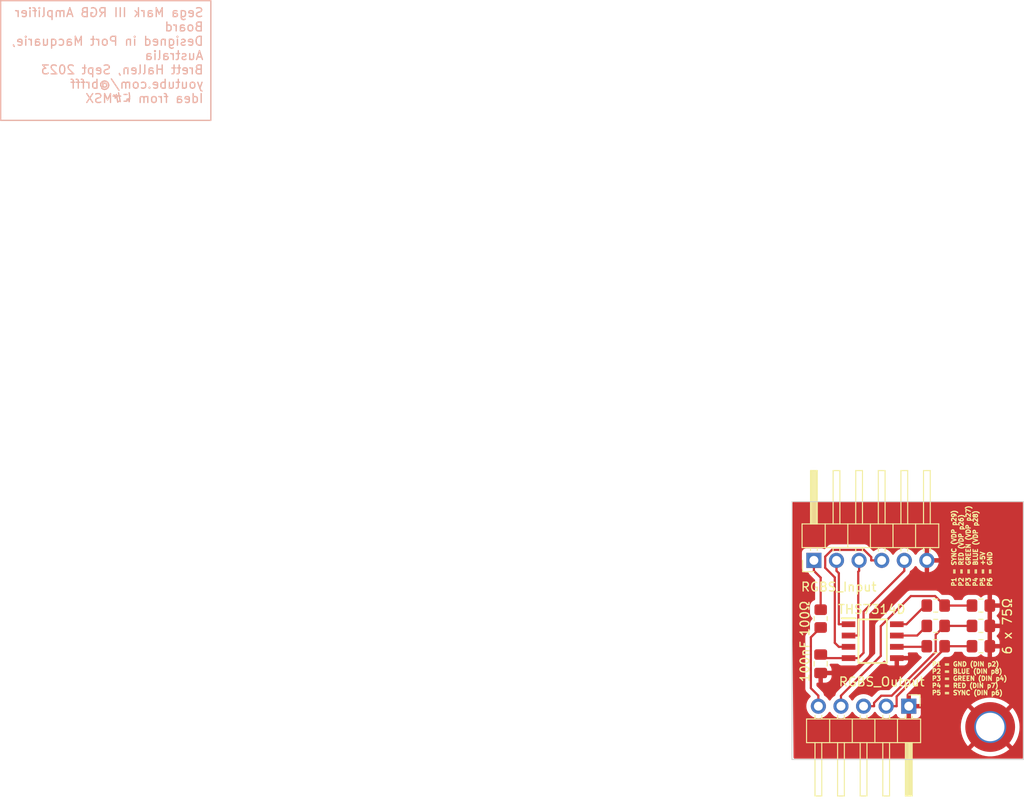
<source format=kicad_pcb>
(kicad_pcb (version 20221018) (generator pcbnew)
  (title_block (title "Sega Mark III RGB Amplifier") (date "2023-09-09") (rev "INITIAL") (company "Brett Hallen") (comment 1 "youtube.com/@brfff") (comment 3 "Idea from にがMSX"))
  (layers (0 "F.Cu" signal) (31 "B.Cu" signal) (34 "B.Paste" user) (35 "F.Paste" user) (36 "B.SilkS" user "B.Silkscreen") (37 "F.SilkS" user "F.Silkscreen") (38 "B.Mask" user) (39 "F.Mask" user) (44 "Edge.Cuts" user))
  (net 0 "")
  (net 1 "/RED")
  (net 2 "/GREEN")
  (net 3 "/BLUE")
  (net 4 "/+5V")
  (net 5 "/GND")
  (net 6 "Net-(IC1-CH.3_OUT)")
  (net 7 "Net-(IC1-CH.2_OUT)")
  (net 8 "Net-(IC1-CH.1_OUT)")
  (net 9 "/SYNC")
  (net 10 "Net-(J2-Pin_2)")
  (net 11 "Net-(J2-Pin_3)")
  (net 12 "Net-(J2-Pin_4)")
  (net 13 "Net-(J2-Pin_5)")
  (footprint "Resistor_SMD:R_0805_2012Metric_Pad1.20x1.40mm_HandSolder" (layer "F.Cu") (at 228.2786 135.8456 180)
    (fp_text reference "R1" hide)
    (fp_text value "75Ω" hide)
    (fp_line (start -0.227064 -0.735) (end 0.227064 -0.735) (stroke (width 0.12)) (layer "F.SilkS"))
    (fp_line (start -0.227064 0.735) (end 0.227064 0.735) (stroke (width 0.12)) (layer "F.SilkS"))
    (pad "1" smd roundrect (at -1 0 180) (size 1.2 1.4) (layers "F.Cu" "F.Paste" "F.Mask") (roundrect_rratio 0.2083333333) (net 12 "Net-(J2-Pin_4)"))
    (pad "2" smd roundrect (at 1 0 180) (size 1.2 1.4) (layers "F.Cu" "F.Paste" "F.Mask") (roundrect_rratio 0.2083333333) (net 8 "Net-(IC1-CH.1_OUT)"))
  )
  (footprint "MountingHole:MountingHole_3.2mm_M3_DIN965_Pad_TopOnly" (layer "F.Cu") (at 234.4015 149.5025)
    (fp_text reference "HOLE1" hide)
    (fp_text value "HOLE" hide)
    (pad "1" thru_hole circle (at 0 0) (size 3.6 3.6) (drill 3.2) (layers "*.Cu" "*.Mask") (net 5 "/GND"))
    (pad "1" connect circle (at 0 0) (size 5.6 5.6) (layers "F.Cu" "F.Mask") (net 5 "/GND"))
  )
  (footprint "Connector_PinHeader_2.54mm:PinHeader_1x05_P2.54mm_Horizontal" (layer "F.Cu") (at 225.2525 147.1595 -90)
    (fp_text reference "J2" hide)
    (fp_text value "RGBS_Output" (at -2.737 3.043) (layer "F.SilkS"))
    (fp_line (start -1.27 -1.27) (end 0 -1.27) (stroke (width 0.12)) (layer "F.SilkS"))
    (fp_line (start -1.27 0) (end -1.27 -1.27) (stroke (width 0.12)) (layer "F.SilkS"))
    (fp_line (start 1.042929 2.16) (end 1.44 2.16) (stroke (width 0.12)) (layer "F.SilkS"))
    (fp_line (start 1.042929 2.92) (end 1.44 2.92) (stroke (width 0.12)) (layer "F.SilkS"))
    (fp_line (start 1.042929 4.7) (end 1.44 4.7) (stroke (width 0.12)) (layer "F.SilkS"))
    (fp_line (start 1.042929 5.46) (end 1.44 5.46) (stroke (width 0.12)) (layer "F.SilkS"))
    (fp_line (start 1.042929 7.24) (end 1.44 7.24) (stroke (width 0.12)) (layer "F.SilkS"))
    (fp_line (start 1.042929 8) (end 1.44 8) (stroke (width 0.12)) (layer "F.SilkS"))
    (fp_line (start 1.042929 9.78) (end 1.44 9.78) (stroke (width 0.12)) (layer "F.SilkS"))
    (fp_line (start 1.042929 10.54) (end 1.44 10.54) (stroke (width 0.12)) (layer "F.SilkS"))
    (fp_line (start 1.11 -0.38) (end 1.44 -0.38) (stroke (width 0.12)) (layer "F.SilkS"))
    (fp_line (start 1.11 0.38) (end 1.44 0.38) (stroke (width 0.12)) (layer "F.SilkS"))
    (fp_line (start 1.44 -1.33) (end 1.44 11.49) (stroke (width 0.12)) (layer "F.SilkS"))
    (fp_line (start 1.44 1.27) (end 4.1 1.27) (stroke (width 0.12)) (layer "F.SilkS"))
    (fp_line (start 1.44 3.81) (end 4.1 3.81) (stroke (width 0.12)) (layer "F.SilkS"))
    (fp_line (start 1.44 6.35) (end 4.1 6.35) (stroke (width 0.12)) (layer "F.SilkS"))
    (fp_line (start 1.44 8.89) (end 4.1 8.89) (stroke (width 0.12)) (layer "F.SilkS"))
    (fp_line (start 1.44 11.49) (end 4.1 11.49) (stroke (width 0.12)) (layer "F.SilkS"))
    (fp_line (start 4.1 -1.33) (end 1.44 -1.33) (stroke (width 0.12)) (layer "F.SilkS"))
    (fp_line (start 4.1 -0.38) (end 10.1 -0.38) (stroke (width 0.12)) (layer "F.SilkS"))
    (fp_line (start 4.1 -0.32) (end 10.1 -0.32) (stroke (width 0.12)) (layer "F.SilkS"))
    (fp_line (start 4.1 -0.2) (end 10.1 -0.2) (stroke (width 0.12)) (layer "F.SilkS"))
    (fp_line (start 4.1 -0.08) (end 10.1 -0.08) (stroke (width 0.12)) (layer "F.SilkS"))
    (fp_line (start 4.1 0.04) (end 10.1 0.04) (stroke (width 0.12)) (layer "F.SilkS"))
    (fp_line (start 4.1 0.16) (end 10.1 0.16) (stroke (width 0.12)) (layer "F.SilkS"))
    (fp_line (start 4.1 0.28) (end 10.1 0.28) (stroke (width 0.12)) (layer "F.SilkS"))
    (fp_line (start 4.1 2.16) (end 10.1 2.16) (stroke (width 0.12)) (layer "F.SilkS"))
    (fp_line (start 4.1 4.7) (end 10.1 4.7) (stroke (width 0.12)) (layer "F.SilkS"))
    (fp_line (start 4.1 7.24) (end 10.1 7.24) (stroke (width 0.12)) (layer "F.SilkS"))
    (fp_line (start 4.1 9.78) (end 10.1 9.78) (stroke (width 0.12)) (layer "F.SilkS"))
    (fp_line (start 4.1 11.49) (end 4.1 -1.33) (stroke (width 0.12)) (layer "F.SilkS"))
    (fp_line (start 10.1 -0.38) (end 10.1 0.38) (stroke (width 0.12)) (layer "F.SilkS"))
    (fp_line (start 10.1 0.38) (end 4.1 0.38) (stroke (width 0.12)) (layer "F.SilkS"))
    (fp_line (start 10.1 2.16) (end 10.1 2.92) (stroke (width 0.12)) (layer "F.SilkS"))
    (fp_line (start 10.1 2.92) (end 4.1 2.92) (stroke (width 0.12)) (layer "F.SilkS"))
    (fp_line (start 10.1 4.7) (end 10.1 5.46) (stroke (width 0.12)) (layer "F.SilkS"))
    (fp_line (start 10.1 5.46) (end 4.1 5.46) (stroke (width 0.12)) (layer "F.SilkS"))
    (fp_line (start 10.1 7.24) (end 10.1 8) (stroke (width 0.12)) (layer "F.SilkS"))
    (fp_line (start 10.1 8) (end 4.1 8) (stroke (width 0.12)) (layer "F.SilkS"))
    (fp_line (start 10.1 9.78) (end 10.1 10.54) (stroke (width 0.12)) (layer "F.SilkS"))
    (fp_line (start 10.1 10.54) (end 4.1 10.54) (stroke (width 0.12)) (layer "F.SilkS"))
    (pad "1" thru_hole rect (at 0 0 270) (size 1.7 1.7) (drill 1) (layers "*.Cu" "*.Mask") (net 5 "/GND"))
    (pad "2" thru_hole oval (at 0 2.54 270) (size 1.7 1.7) (drill 1) (layers "*.Cu" "*.Mask") (net 10 "Net-(J2-Pin_2)"))
    (pad "3" thru_hole oval (at 0 5.08 270) (size 1.7 1.7) (drill 1) (layers "*.Cu" "*.Mask") (net 11 "Net-(J2-Pin_3)"))
    (pad "4" thru_hole oval (at 0 7.62 270) (size 1.7 1.7) (drill 1) (layers "*.Cu" "*.Mask") (net 12 "Net-(J2-Pin_4)"))
    (pad "5" thru_hole oval (at 0 10.16 270) (size 1.7 1.7) (drill 1) (layers "*.Cu" "*.Mask") (net 13 "Net-(J2-Pin_5)"))
  )
  (footprint "Resistor_SMD:R_0805_2012Metric_Pad1.20x1.40mm_HandSolder" (layer "F.Cu") (at 233.3586 140.4176)
    (fp_text reference "R5" hide)
    (fp_text value "75Ω" hide)
    (fp_line (start -0.227064 -0.735) (end 0.227064 -0.735) (stroke (width 0.12)) (layer "F.SilkS"))
    (fp_line (start -0.227064 0.735) (end 0.227064 0.735) (stroke (width 0.12)) (layer "F.SilkS"))
    (pad "1" smd roundrect (at -1 0) (size 1.2 1.4) (layers "F.Cu" "F.Paste" "F.Mask") (roundrect_rratio 0.2083333333) (net 10 "Net-(J2-Pin_2)"))
    (pad "2" smd roundrect (at 1 0) (size 1.2 1.4) (layers "F.Cu" "F.Paste" "F.Mask") (roundrect_rratio 0.2083333333) (net 5 "/GND"))
  )
  (footprint "Resistor_SMD:R_0805_2012Metric_Pad1.20x1.40mm_HandSolder" (layer "F.Cu") (at 215.3515 137.3105 90)
    (fp_text reference "R4" hide)
    (fp_text value "100Ω" (at 0 -1.778 90) (layer "F.SilkS"))
    (fp_line (start -0.227064 -0.735) (end 0.227064 -0.735) (stroke (width 0.12)) (layer "F.SilkS"))
    (fp_line (start -0.227064 0.735) (end 0.227064 0.735) (stroke (width 0.12)) (layer "F.SilkS"))
    (pad "1" smd roundrect (at -1 0 90) (size 1.2 1.4) (layers "F.Cu" "F.Paste" "F.Mask") (roundrect_rratio 0.2083333333) (net 13 "Net-(J2-Pin_5)"))
    (pad "2" smd roundrect (at 1 0 90) (size 1.2 1.4) (layers "F.Cu" "F.Paste" "F.Mask") (roundrect_rratio 0.2083333333) (net 9 "/SYNC"))
  )
  (footprint "Resistor_SMD:R_0805_2012Metric_Pad1.20x1.40mm_HandSolder" (layer "F.Cu") (at 233.3586 135.8456)
    (fp_text reference "R7" hide)
    (fp_text value "75Ω" hide)
    (fp_line (start -0.227064 -0.735) (end 0.227064 -0.735) (stroke (width 0.12)) (layer "F.SilkS"))
    (fp_line (start -0.227064 0.735) (end 0.227064 0.735) (stroke (width 0.12)) (layer "F.SilkS"))
    (pad "1" smd roundrect (at -1 0) (size 1.2 1.4) (layers "F.Cu" "F.Paste" "F.Mask") (roundrect_rratio 0.2083333333) (net 12 "Net-(J2-Pin_4)"))
    (pad "2" smd roundrect (at 1 0) (size 1.2 1.4) (layers "F.Cu" "F.Paste" "F.Mask") (roundrect_rratio 0.2083333333) (net 5 "/GND"))
  )
  (footprint "Resistor_SMD:R_0805_2012Metric_Pad1.20x1.40mm_HandSolder" (layer "F.Cu") (at 233.3586 138.1316)
    (fp_text reference "R6" hide)
    (fp_text value "75Ω" hide)
    (fp_line (start -0.227064 -0.735) (end 0.227064 -0.735) (stroke (width 0.12)) (layer "F.SilkS"))
    (fp_line (start -0.227064 0.735) (end 0.227064 0.735) (stroke (width 0.12)) (layer "F.SilkS"))
    (pad "1" smd roundrect (at -1 0) (size 1.2 1.4) (layers "F.Cu" "F.Paste" "F.Mask") (roundrect_rratio 0.2083333333) (net 11 "Net-(J2-Pin_3)"))
    (pad "2" smd roundrect (at 1 0) (size 1.2 1.4) (layers "F.Cu" "F.Paste" "F.Mask") (roundrect_rratio 0.2083333333) (net 5 "/GND"))
  )
  (footprint "Connector_PinHeader_2.54mm:PinHeader_1x06_P2.54mm_Horizontal" (layer "F.Cu") (at 214.5895 130.7635 90)
    (fp_text reference "J1" hide)
    (fp_text value "RGBS_Input" (at -2.991 2.794) (layer "F.SilkS"))
    (fp_line (start -1.27 -1.27) (end 0 -1.27) (stroke (width 0.12)) (layer "F.SilkS"))
    (fp_line (start -1.27 0) (end -1.27 -1.27) (stroke (width 0.12)) (layer "F.SilkS"))
    (fp_line (start 1.042929 2.16) (end 1.44 2.16) (stroke (width 0.12)) (layer "F.SilkS"))
    (fp_line (start 1.042929 2.92) (end 1.44 2.92) (stroke (width 0.12)) (layer "F.SilkS"))
    (fp_line (start 1.042929 4.7) (end 1.44 4.7) (stroke (width 0.12)) (layer "F.SilkS"))
    (fp_line (start 1.042929 5.46) (end 1.44 5.46) (stroke (width 0.12)) (layer "F.SilkS"))
    (fp_line (start 1.042929 7.24) (end 1.44 7.24) (stroke (width 0.12)) (layer "F.SilkS"))
    (fp_line (start 1.042929 8) (end 1.44 8) (stroke (width 0.12)) (layer "F.SilkS"))
    (fp_line (start 1.042929 9.78) (end 1.44 9.78) (stroke (width 0.12)) (layer "F.SilkS"))
    (fp_line (start 1.042929 10.54) (end 1.44 10.54) (stroke (width 0.12)) (layer "F.SilkS"))
    (fp_line (start 1.042929 12.32) (end 1.44 12.32) (stroke (width 0.12)) (layer "F.SilkS"))
    (fp_line (start 1.042929 13.08) (end 1.44 13.08) (stroke (width 0.12)) (layer "F.SilkS"))
    (fp_line (start 1.11 -0.38) (end 1.44 -0.38) (stroke (width 0.12)) (layer "F.SilkS"))
    (fp_line (start 1.11 0.38) (end 1.44 0.38) (stroke (width 0.12)) (layer "F.SilkS"))
    (fp_line (start 1.44 -1.33) (end 1.44 14.03) (stroke (width 0.12)) (layer "F.SilkS"))
    (fp_line (start 1.44 1.27) (end 4.1 1.27) (stroke (width 0.12)) (layer "F.SilkS"))
    (fp_line (start 1.44 3.81) (end 4.1 3.81) (stroke (width 0.12)) (layer "F.SilkS"))
    (fp_line (start 1.44 6.35) (end 4.1 6.35) (stroke (width 0.12)) (layer "F.SilkS"))
    (fp_line (start 1.44 8.89) (end 4.1 8.89) (stroke (width 0.12)) (layer "F.SilkS"))
    (fp_line (start 1.44 11.43) (end 4.1 11.43) (stroke (width 0.12)) (layer "F.SilkS"))
    (fp_line (start 1.44 14.03) (end 4.1 14.03) (stroke (width 0.12)) (layer "F.SilkS"))
    (fp_line (start 4.1 -1.33) (end 1.44 -1.33) (stroke (width 0.12)) (layer "F.SilkS"))
    (fp_line (start 4.1 -0.38) (end 10.1 -0.38) (stroke (width 0.12)) (layer "F.SilkS"))
    (fp_line (start 4.1 -0.32) (end 10.1 -0.32) (stroke (width 0.12)) (layer "F.SilkS"))
    (fp_line (start 4.1 -0.2) (end 10.1 -0.2) (stroke (width 0.12)) (layer "F.SilkS"))
    (fp_line (start 4.1 -0.08) (end 10.1 -0.08) (stroke (width 0.12)) (layer "F.SilkS"))
    (fp_line (start 4.1 0.04) (end 10.1 0.04) (stroke (width 0.12)) (layer "F.SilkS"))
    (fp_line (start 4.1 0.16) (end 10.1 0.16) (stroke (width 0.12)) (layer "F.SilkS"))
    (fp_line (start 4.1 0.28) (end 10.1 0.28) (stroke (width 0.12)) (layer "F.SilkS"))
    (fp_line (start 4.1 2.16) (end 10.1 2.16) (stroke (width 0.12)) (layer "F.SilkS"))
    (fp_line (start 4.1 4.7) (end 10.1 4.7) (stroke (width 0.12)) (layer "F.SilkS"))
    (fp_line (start 4.1 7.24) (end 10.1 7.24) (stroke (width 0.12)) (layer "F.SilkS"))
    (fp_line (start 4.1 9.78) (end 10.1 9.78) (stroke (width 0.12)) (layer "F.SilkS"))
    (fp_line (start 4.1 12.32) (end 10.1 12.32) (stroke (width 0.12)) (layer "F.SilkS"))
    (fp_line (start 4.1 14.03) (end 4.1 -1.33) (stroke (width 0.12)) (layer "F.SilkS"))
    (fp_line (start 10.1 -0.38) (end 10.1 0.38) (stroke (width 0.12)) (layer "F.SilkS"))
    (fp_line (start 10.1 0.38) (end 4.1 0.38) (stroke (width 0.12)) (layer "F.SilkS"))
    (fp_line (start 10.1 2.16) (end 10.1 2.92) (stroke (width 0.12)) (layer "F.SilkS"))
    (fp_line (start 10.1 2.92) (end 4.1 2.92) (stroke (width 0.12)) (layer "F.SilkS"))
    (fp_line (start 10.1 4.7) (end 10.1 5.46) (stroke (width 0.12)) (layer "F.SilkS"))
    (fp_line (start 10.1 5.46) (end 4.1 5.46) (stroke (width 0.12)) (layer "F.SilkS"))
    (fp_line (start 10.1 7.24) (end 10.1 8) (stroke (width 0.12)) (layer "F.SilkS"))
    (fp_line (start 10.1 8) (end 4.1 8) (stroke (width 0.12)) (layer "F.SilkS"))
    (fp_line (start 10.1 9.78) (end 10.1 10.54) (stroke (width 0.12)) (layer "F.SilkS"))
    (fp_line (start 10.1 10.54) (end 4.1 10.54) (stroke (width 0.12)) (layer "F.SilkS"))
    (fp_line (start 10.1 12.32) (end 10.1 13.08) (stroke (width 0.12)) (layer "F.SilkS"))
    (fp_line (start 10.1 13.08) (end 4.1 13.08) (stroke (width 0.12)) (layer "F.SilkS"))
    (pad "1" thru_hole rect (at 0 0 90) (size 1.7 1.7) (drill 1) (layers "*.Cu" "*.Mask") (net 9 "/SYNC"))
    (pad "2" thru_hole oval (at 0 2.54 90) (size 1.7 1.7) (drill 1) (layers "*.Cu" "*.Mask") (net 1 "/RED"))
    (pad "3" thru_hole oval (at 0 5.08 90) (size 1.7 1.7) (drill 1) (layers "*.Cu" "*.Mask") (net 2 "/GREEN"))
    (pad "4" thru_hole oval (at 0 7.62 90) (size 1.7 1.7) (drill 1) (layers "*.Cu" "*.Mask") (net 3 "/BLUE"))
    (pad "5" thru_hole oval (at 0 10.16 90) (size 1.7 1.7) (drill 1) (layers "*.Cu" "*.Mask") (net 4 "/+5V"))
    (pad "6" thru_hole oval (at 0 12.7 90) (size 1.7 1.7) (drill 1) (layers "*.Cu" "*.Mask") (net 5 "/GND"))
  )
  (footprint "KiCad:SOIC127P600X175-8N" (layer "F.Cu") (at 221.1935 139.8505)
    (fp_text reference "IC1" hide)
    (fp_text value "THS7314D" (at -0.105865 -3.579304) (layer "F.SilkS"))
    (fp_line (start -3.475 -2.58) (end -1.948 -2.58) (stroke (width 0.2)) (layer "F.SilkS"))
    (fp_line (start -1.598 -2.452) (end 1.598 -2.452) (stroke (width 0.2)) (layer "F.SilkS"))
    (fp_line (start -1.598 2.452) (end -1.598 -2.452) (stroke (width 0.2)) (layer "F.SilkS"))
    (fp_line (start 1.598 -2.452) (end 1.598 2.452) (stroke (width 0.2)) (layer "F.SilkS"))
    (fp_line (start 1.598 2.452) (end -1.598 2.452) (stroke (width 0.2)) (layer "F.SilkS"))
    (pad "1" smd rect (at -2.711 -1.905 90) (size 0.65 1.528) (layers "F.Cu" "F.Paste" "F.Mask") (net 1 "/RED"))
    (pad "2" smd rect (at -2.711 -0.635 90) (size 0.65 1.528) (layers "F.Cu" "F.Paste" "F.Mask") (net 2 "/GREEN"))
    (pad "3" smd rect (at -2.711 0.635 90) (size 0.65 1.528) (layers "F.Cu" "F.Paste" "F.Mask") (net 3 "/BLUE"))
    (pad "4" smd rect (at -2.711 1.905 90) (size 0.65 1.528) (layers "F.Cu" "F.Paste" "F.Mask") (net 4 "/+5V"))
    (pad "5" smd rect (at 2.711 1.905 90) (size 0.65 1.528) (layers "F.Cu" "F.Paste" "F.Mask") (net 5 "/GND"))
    (pad "6" smd rect (at 2.711 0.635 90) (size 0.65 1.528) (layers "F.Cu" "F.Paste" "F.Mask") (net 6 "Net-(IC1-CH.3_OUT)"))
    (pad "7" smd rect (at 2.711 -0.635 90) (size 0.65 1.528) (layers "F.Cu" "F.Paste" "F.Mask") (net 7 "Net-(IC1-CH.2_OUT)"))
    (pad "8" smd rect (at 2.711 -1.905 90) (size 0.65 1.528) (layers "F.Cu" "F.Paste" "F.Mask") (net 8 "Net-(IC1-CH.1_OUT)"))
  )
  (footprint "Resistor_SMD:R_0805_2012Metric_Pad1.20x1.40mm_HandSolder" (layer "F.Cu") (at 228.2786 138.1316 180)
    (fp_text reference "R2" hide)
    (fp_text value "75Ω" hide)
    (fp_line (start -0.227064 -0.735) (end 0.227064 -0.735) (stroke (width 0.12)) (layer "F.SilkS"))
    (fp_line (start -0.227064 0.735) (end 0.227064 0.735) (stroke (width 0.12)) (layer "F.SilkS"))
    (pad "1" smd roundrect (at -1 0 180) (size 1.2 1.4) (layers "F.Cu" "F.Paste" "F.Mask") (roundrect_rratio 0.2083333333) (net 11 "Net-(J2-Pin_3)"))
    (pad "2" smd roundrect (at 1 0 180) (size 1.2 1.4) (layers "F.Cu" "F.Paste" "F.Mask") (roundrect_rratio 0.2083333333) (net 7 "Net-(IC1-CH.2_OUT)"))
  )
  (footprint "Capacitor_SMD:C_0805_2012Metric_Pad1.18x1.45mm_HandSolder" (layer "F.Cu") (at 215.3515 142.3905 90)
    (fp_text reference "C1" hide)
    (fp_text value "100nF" (at 0.254 -1.778 90) (layer "F.SilkS"))
    (fp_line (start -0.261252 -0.735) (end 0.261252 -0.735) (stroke (width 0.12)) (layer "F.SilkS"))
    (fp_line (start -0.261252 0.735) (end 0.261252 0.735) (stroke (width 0.12)) (layer "F.SilkS"))
    (pad "1" smd roundrect (at -1.0375 0 90) (size 1.175 1.45) (layers "F.Cu" "F.Paste" "F.Mask") (roundrect_rratio 0.2127659574) (net 5 "/GND"))
    (pad "2" smd roundrect (at 1.0375 0 90) (size 1.175 1.45) (layers "F.Cu" "F.Paste" "F.Mask") (roundrect_rratio 0.2127659574) (net 4 "/+5V"))
  )
  (footprint "Resistor_SMD:R_0805_2012Metric_Pad1.20x1.40mm_HandSolder" (layer "F.Cu") (at 228.2786 140.4176 180)
    (fp_text reference "R3" hide)
    (fp_text value "75Ω" hide)
    (fp_line (start -0.227064 -0.735) (end 0.227064 -0.735) (stroke (width 0.12)) (layer "F.SilkS"))
    (fp_line (start -0.227064 0.735) (end 0.227064 0.735) (stroke (width 0.12)) (layer "F.SilkS"))
    (pad "1" smd roundrect (at -1 0 180) (size 1.2 1.4) (layers "F.Cu" "F.Paste" "F.Mask") (roundrect_rratio 0.2083333333) (net 10 "Net-(J2-Pin_2)"))
    (pad "2" smd roundrect (at 1 0 180) (size 1.2 1.4) (layers "F.Cu" "F.Paste" "F.Mask") (roundrect_rratio 0.2083333333) (net 6 "Net-(IC1-CH.3_OUT)"))
  )
  (gr_line (start 212.1295 153.1585) (end 212.1295 124.1585) (stroke (width 0.1)) (layer "Edge.Cuts"))
  (gr_line (start 238.1295 124.1585) (end 238.1295 153.1585) (stroke (width 0.1)) (layer "Edge.Cuts"))
  (gr_line (start 212.1295 124.1585) (end 238.1295 124.1585) (stroke (width 0.1)) (layer "Edge.Cuts"))
  (gr_line (start 238.1295 153.1585) (end 212.1295 153.1585) (stroke (width 0.1)) (layer "Edge.Cuts"))
  (gr_text "P1 = SYNC (VDP p29)\nP2 = RED (VDP p26)\nP3 = GREEN (VDP p27)\nP4 = BLUE (VDP p28)\nP5 = +5V\nP6 = GND" (at 234.6555 133.7545 90) (layer "F.SilkS") (effects (font (size 0.5 0.5) (thickness 0.125)) (justify left bottom)))
  (gr_text "6 x 75Ω" (at 236.914554 141.43357 90) (layer "F.SilkS") (effects (font (size 1 1)) (justify left bottom)))
  (gr_text "P1 = GND (DIN p2)\nP2 = BLUE (DIN p8)\nP3 = GREEN (DIN p4)\nP4 = RED (DIN p7)\nP5 = SYNC (DIN p6)" (at 227.7975 145.9465) (layer "F.SilkS") (effects (font (size 0.5 0.5) (thickness 0.125)) (justify left bottom)))
  (gr_text_box "Sega Mark III RGB Amplifier Board\nDesigned in Port Macquarie, Australia\nBrett Hallen, Sept 2023\nyoutube.com/@brfff\nIdea from にがMSX" (start 123.19 67.818) (end 146.812 81.28) (layer "B.SilkS") (effects (font (size 1 1)) (justify left top mirror)) (stroke (width 0.15)))
  (segment (start 218.4825 137.9455) (end 217.3916 137.9455) (width 0.25) (layer "F.Cu") (net 1))
  (segment (start 217.3916 132.2025) (end 217.1295 131.9404) (width 0.25) (layer "F.Cu") (net 1))
  (segment (start 217.1295 130.7635) (end 217.1295 131.9404) (width 0.25) (layer "F.Cu") (net 1))
  (segment (start 217.3916 137.9455) (end 217.3916 132.2025) (width 0.25) (layer "F.Cu") (net 1))
  (segment (start 219.5734 139.2155) (end 219.5734 132.0365) (width 0.25) (layer "F.Cu") (net 2))
  (segment (start 219.5734 132.0365) (end 219.6695 131.9404) (width 0.25) (layer "F.Cu") (net 2))
  (segment (start 219.6695 130.7635) (end 219.6695 131.9404) (width 0.25) (layer "F.Cu") (net 2))
  (segment (start 218.4825 139.2155) (end 219.5734 139.2155) (width 0.25) (layer "F.Cu") (net 2))
  (segment (start 216.9397 140.0336) (end 217.3916 140.4855) (width 0.25) (layer "F.Cu") (net 3))
  (segment (start 216.615 129.5838) (end 215.8594 130.3394) (width 0.25) (layer "F.Cu") (net 3))
  (segment (start 222.2095 130.7635) (end 221.0326 130.7635) (width 0.25) (layer "F.Cu") (net 3))
  (segment (start 220.2207 129.5838) (end 216.615 129.5838) (width 0.25) (layer "F.Cu") (net 3))
  (segment (start 221.0326 130.3957) (end 220.2207 129.5838) (width 0.25) (layer "F.Cu") (net 3))
  (segment (start 215.8594 130.3394) (end 215.8594 131.6016) (width 0.25) (layer "F.Cu") (net 3))
  (segment (start 216.9397 132.6819) (end 216.9397 140.0336) (width 0.25) (layer "F.Cu") (net 3))
  (segment (start 221.0326 130.7635) (end 221.0326 130.3957) (width 0.25) (layer "F.Cu") (net 3))
  (segment (start 218.4825 140.4855) (end 217.3916 140.4855) (width 0.25) (layer "F.Cu") (net 3))
  (segment (start 215.8594 131.6016) (end 216.9397 132.6819) (width 0.25) (layer "F.Cu") (net 3))
  (segment (start 224.7495 130.7635) (end 224.7495 131.9404) (width 0.25) (layer "F.Cu") (net 4))
  (segment (start 218.4825 141.7555) (end 215.754 141.7555) (width 0.25) (layer "F.Cu") (net 4))
  (segment (start 220.1708 141.1581) (end 219.5734 141.7555) (width 0.25) (layer "F.Cu") (net 4))
  (segment (start 220.1708 136.5191) (end 220.1708 141.1581) (width 0.25) (layer "F.Cu") (net 4))
  (segment (start 215.754 141.7555) (end 215.3515 141.353) (width 0.25) (layer "F.Cu") (net 4))
  (segment (start 218.4825 141.7555) (end 219.5734 141.7555) (width 0.25) (layer "F.Cu") (net 4))
  (segment (start 224.7495 131.9404) (end 220.1708 136.5191) (width 0.25) (layer "F.Cu") (net 4))
  (segment (start 227.2107 140.4855) (end 227.2786 140.4176) (width 0.25) (layer "F.Cu") (net 6))
  (segment (start 223.9045 140.4855) (end 227.2107 140.4855) (width 0.25) (layer "F.Cu") (net 6))
  (segment (start 223.9045 139.2155) (end 226.1947 139.2155) (width 0.25) (layer "F.Cu") (net 7))
  (segment (start 226.1947 139.2155) (end 227.2786 138.1316) (width 0.25) (layer "F.Cu") (net 7))
  (segment (start 224.9954 137.9455) (end 227.0953 135.8456) (width 0.25) (layer "F.Cu") (net 8))
  (segment (start 227.0953 135.8456) (end 227.2786 135.8456) (width 0.25) (layer "F.Cu") (net 8))
  (segment (start 223.9045 137.9455) (end 224.9954 137.9455) (width 0.25) (layer "F.Cu") (net 8))
  (segment (start 215.3515 132.7024) (end 215.3515 136.3105) (width 0.25) (layer "F.Cu") (net 9))
  (segment (start 214.5895 131.9404) (end 215.3515 132.7024) (width 0.25) (layer "F.Cu") (net 9))
  (segment (start 214.5895 130.7635) (end 214.5895 131.9404) (width 0.25) (layer "F.Cu") (net 9))
  (segment (start 223.8894 147.1595) (end 223.8894 146.0685) (width 0.25) (layer "F.Cu") (net 10))
  (segment (start 222.7125 147.1595) (end 223.8894 147.1595) (width 0.25) (layer "F.Cu") (net 10))
  (segment (start 229.2786 140.6793) (end 229.2786 140.4176) (width 0.25) (layer "F.Cu") (net 10))
  (segment (start 229.2786 140.4176) (end 232.3586 140.4176) (width 0.25) (layer "F.Cu") (net 10))
  (segment (start 223.8894 146.0685) (end 229.2786 140.6793) (width 0.25) (layer "F.Cu") (net 10))
  (segment (start 228.2786 141.0374) (end 228.2786 139.1316) (width 0.25) (layer "F.Cu") (net 11))
  (segment (start 221.3494 146.7916) (end 222.1584 145.9826) (width 0.25) (layer "F.Cu") (net 11))
  (segment (start 220.1725 147.1595) (end 221.3494 147.1595) (width 0.25) (layer "F.Cu") (net 11))
  (segment (start 221.3494 147.1595) (end 221.3494 146.7916) (width 0.25) (layer "F.Cu") (net 11))
  (segment (start 222.1584 145.9826) (end 223.3334 145.9826) (width 0.25) (layer "F.Cu") (net 11))
  (segment (start 228.2786 139.1316) (end 229.2786 138.1316) (width 0.25) (layer "F.Cu") (net 11))
  (segment (start 229.2786 138.1316) (end 232.3586 138.1316) (width 0.25) (layer "F.Cu") (net 11))
  (segment (start 223.3334 145.9826) (end 228.2786 141.0374) (width 0.25) (layer "F.Cu") (net 11))
  (segment (start 229.2786 135.8456) (end 228.2126 134.7796) (width 0.25) (layer "F.Cu") (net 12))
  (segment (start 228.2126 134.7796) (end 225.4839 134.7796) (width 0.25) (layer "F.Cu") (net 12))
  (segment (start 232.3586 135.8456) (end 229.2786 135.8456) (width 0.25) (layer "F.Cu") (net 12))
  (segment (start 222.1035 138.16) (end 222.1035 141.5116) (width 0.25) (layer "F.Cu") (net 12))
  (segment (start 222.1035 141.5116) (end 217.6325 145.9826) (width 0.25) (layer "F.Cu") (net 12))
  (segment (start 217.6325 147.1595) (end 217.6325 145.9826) (width 0.25) (layer "F.Cu") (net 12))
  (segment (start 225.4839 134.7796) (end 222.1035 138.16) (width 0.25) (layer "F.Cu") (net 12))
  (segment (start 215.0925 147.1595) (end 215.0925 145.9826) (width 0.25) (layer "F.Cu") (net 13))
  (segment (start 215.0925 145.9826) (end 214.2492 145.1393) (width 0.25) (layer "F.Cu") (net 13))
  (segment (start 214.2492 139.4128) (end 215.3515 138.3105) (width 0.25) (layer "F.Cu") (net 13))
  (segment (start 214.2492 145.1393) (end 214.2492 139.4128) (width 0.25) (layer "F.Cu") (net 13))
  (zone (net 5) (net_name "/GND") (layer "F.Cu") (connect_pads (clearance 0.5)) (min_thickness 0.25) (fill yes (thermal_gap 0.5) (thermal_bridge_width 0.5))
    (polygon (pts (xy 212.0495 124.1025) (xy 238.2115 124.1025) (xy 238.2115 153.0585) (xy 212.3035 153.0585)))
  )
)
</source>
